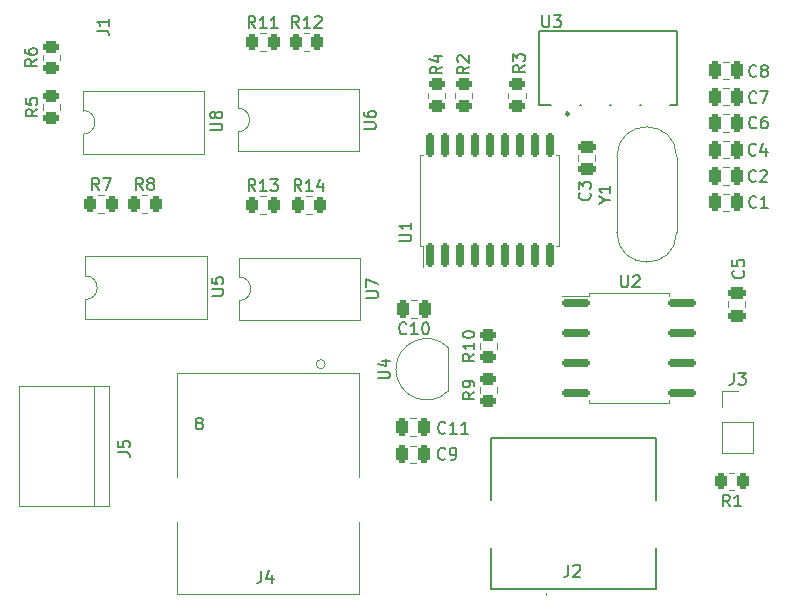
<source format=gto>
%TF.GenerationSoftware,KiCad,Pcbnew,(6.0.10)*%
%TF.CreationDate,2023-01-13T18:11:07+01:00*%
%TF.ProjectId,InterfaceS88GleisboxRPi,496e7465-7266-4616-9365-533838476c65,rev?*%
%TF.SameCoordinates,Original*%
%TF.FileFunction,Legend,Top*%
%TF.FilePolarity,Positive*%
%FSLAX46Y46*%
G04 Gerber Fmt 4.6, Leading zero omitted, Abs format (unit mm)*
G04 Created by KiCad (PCBNEW (6.0.10)) date 2023-01-13 18:11:07*
%MOMM*%
%LPD*%
G01*
G04 APERTURE LIST*
G04 Aperture macros list*
%AMRoundRect*
0 Rectangle with rounded corners*
0 $1 Rounding radius*
0 $2 $3 $4 $5 $6 $7 $8 $9 X,Y pos of 4 corners*
0 Add a 4 corners polygon primitive as box body*
4,1,4,$2,$3,$4,$5,$6,$7,$8,$9,$2,$3,0*
0 Add four circle primitives for the rounded corners*
1,1,$1+$1,$2,$3*
1,1,$1+$1,$4,$5*
1,1,$1+$1,$6,$7*
1,1,$1+$1,$8,$9*
0 Add four rect primitives between the rounded corners*
20,1,$1+$1,$2,$3,$4,$5,0*
20,1,$1+$1,$4,$5,$6,$7,0*
20,1,$1+$1,$6,$7,$8,$9,0*
20,1,$1+$1,$8,$9,$2,$3,0*%
G04 Aperture macros list end*
%ADD10C,0.150000*%
%ADD11C,0.120000*%
%ADD12C,0.100000*%
%ADD13C,0.200000*%
%ADD14C,0.250000*%
%ADD15R,3.000000X3.000000*%
%ADD16C,3.000000*%
%ADD17C,3.450000*%
%ADD18C,1.650000*%
%ADD19R,1.500000X1.500000*%
%ADD20C,3.251200*%
%ADD21C,1.397000*%
%ADD22C,6.200000*%
%ADD23R,1.500000X1.050000*%
%ADD24O,1.500000X1.050000*%
%ADD25RoundRect,0.250000X0.450000X-0.262500X0.450000X0.262500X-0.450000X0.262500X-0.450000X-0.262500X0*%
%ADD26RoundRect,0.250000X-0.262500X-0.450000X0.262500X-0.450000X0.262500X0.450000X-0.262500X0.450000X0*%
%ADD27RoundRect,0.250000X-0.475000X0.250000X-0.475000X-0.250000X0.475000X-0.250000X0.475000X0.250000X0*%
%ADD28R,1.700000X1.700000*%
%ADD29O,1.700000X1.700000*%
%ADD30RoundRect,0.250000X-0.250000X-0.475000X0.250000X-0.475000X0.250000X0.475000X-0.250000X0.475000X0*%
%ADD31R,1.600000X1.600000*%
%ADD32O,1.600000X1.600000*%
%ADD33RoundRect,0.162500X-1.012500X-0.162500X1.012500X-0.162500X1.012500X0.162500X-1.012500X0.162500X0*%
%ADD34RoundRect,0.250000X-0.450000X0.262500X-0.450000X-0.262500X0.450000X-0.262500X0.450000X0.262500X0*%
%ADD35RoundRect,0.250000X0.262500X0.450000X-0.262500X0.450000X-0.262500X-0.450000X0.262500X-0.450000X0*%
%ADD36RoundRect,0.250000X0.250000X0.475000X-0.250000X0.475000X-0.250000X-0.475000X0.250000X-0.475000X0*%
%ADD37RoundRect,0.150000X0.150000X-0.875000X0.150000X0.875000X-0.150000X0.875000X-0.150000X-0.875000X0*%
%ADD38C,2.300000*%
G04 APERTURE END LIST*
D10*
%TO.C,J5*%
X99552380Y-91933333D02*
X100266666Y-91933333D01*
X100409523Y-91980952D01*
X100504761Y-92076190D01*
X100552380Y-92219047D01*
X100552380Y-92314285D01*
X99552380Y-90980952D02*
X99552380Y-91457142D01*
X100028571Y-91504761D01*
X99980952Y-91457142D01*
X99933333Y-91361904D01*
X99933333Y-91123809D01*
X99980952Y-91028571D01*
X100028571Y-90980952D01*
X100123809Y-90933333D01*
X100361904Y-90933333D01*
X100457142Y-90980952D01*
X100504761Y-91028571D01*
X100552380Y-91123809D01*
X100552380Y-91361904D01*
X100504761Y-91457142D01*
X100457142Y-91504761D01*
%TO.C,J2*%
X137666666Y-101452380D02*
X137666666Y-102166666D01*
X137619047Y-102309523D01*
X137523809Y-102404761D01*
X137380952Y-102452380D01*
X137285714Y-102452380D01*
X138095238Y-101547619D02*
X138142857Y-101500000D01*
X138238095Y-101452380D01*
X138476190Y-101452380D01*
X138571428Y-101500000D01*
X138619047Y-101547619D01*
X138666666Y-101642857D01*
X138666666Y-101738095D01*
X138619047Y-101880952D01*
X138047619Y-102452380D01*
X138666666Y-102452380D01*
%TO.C,J4*%
X111666666Y-101952380D02*
X111666666Y-102666666D01*
X111619047Y-102809523D01*
X111523809Y-102904761D01*
X111380952Y-102952380D01*
X111285714Y-102952380D01*
X112571428Y-102285714D02*
X112571428Y-102952380D01*
X112333333Y-101904761D02*
X112095238Y-102619047D01*
X112714285Y-102619047D01*
X106317761Y-89420952D02*
X106222523Y-89373333D01*
X106174904Y-89325714D01*
X106127285Y-89230476D01*
X106127285Y-89182857D01*
X106174904Y-89087619D01*
X106222523Y-89040000D01*
X106317761Y-88992380D01*
X106508238Y-88992380D01*
X106603476Y-89040000D01*
X106651095Y-89087619D01*
X106698714Y-89182857D01*
X106698714Y-89230476D01*
X106651095Y-89325714D01*
X106603476Y-89373333D01*
X106508238Y-89420952D01*
X106317761Y-89420952D01*
X106222523Y-89468571D01*
X106174904Y-89516190D01*
X106127285Y-89611428D01*
X106127285Y-89801904D01*
X106174904Y-89897142D01*
X106222523Y-89944761D01*
X106317761Y-89992380D01*
X106508238Y-89992380D01*
X106603476Y-89944761D01*
X106651095Y-89897142D01*
X106698714Y-89801904D01*
X106698714Y-89611428D01*
X106651095Y-89516190D01*
X106603476Y-89468571D01*
X106508238Y-89420952D01*
%TO.C,U4*%
X121552380Y-85661904D02*
X122361904Y-85661904D01*
X122457142Y-85614285D01*
X122504761Y-85566666D01*
X122552380Y-85471428D01*
X122552380Y-85280952D01*
X122504761Y-85185714D01*
X122457142Y-85138095D01*
X122361904Y-85090476D01*
X121552380Y-85090476D01*
X121885714Y-84185714D02*
X122552380Y-84185714D01*
X121504761Y-84423809D02*
X122219047Y-84661904D01*
X122219047Y-84042857D01*
%TO.C,R4*%
X126952380Y-59266666D02*
X126476190Y-59600000D01*
X126952380Y-59838095D02*
X125952380Y-59838095D01*
X125952380Y-59457142D01*
X126000000Y-59361904D01*
X126047619Y-59314285D01*
X126142857Y-59266666D01*
X126285714Y-59266666D01*
X126380952Y-59314285D01*
X126428571Y-59361904D01*
X126476190Y-59457142D01*
X126476190Y-59838095D01*
X126285714Y-58409523D02*
X126952380Y-58409523D01*
X125904761Y-58647619D02*
X126619047Y-58885714D01*
X126619047Y-58266666D01*
%TO.C,R5*%
X92702380Y-62866666D02*
X92226190Y-63200000D01*
X92702380Y-63438095D02*
X91702380Y-63438095D01*
X91702380Y-63057142D01*
X91750000Y-62961904D01*
X91797619Y-62914285D01*
X91892857Y-62866666D01*
X92035714Y-62866666D01*
X92130952Y-62914285D01*
X92178571Y-62961904D01*
X92226190Y-63057142D01*
X92226190Y-63438095D01*
X91702380Y-61961904D02*
X91702380Y-62438095D01*
X92178571Y-62485714D01*
X92130952Y-62438095D01*
X92083333Y-62342857D01*
X92083333Y-62104761D01*
X92130952Y-62009523D01*
X92178571Y-61961904D01*
X92273809Y-61914285D01*
X92511904Y-61914285D01*
X92607142Y-61961904D01*
X92654761Y-62009523D01*
X92702380Y-62104761D01*
X92702380Y-62342857D01*
X92654761Y-62438095D01*
X92607142Y-62485714D01*
%TO.C,R14*%
X115057142Y-69802380D02*
X114723809Y-69326190D01*
X114485714Y-69802380D02*
X114485714Y-68802380D01*
X114866666Y-68802380D01*
X114961904Y-68850000D01*
X115009523Y-68897619D01*
X115057142Y-68992857D01*
X115057142Y-69135714D01*
X115009523Y-69230952D01*
X114961904Y-69278571D01*
X114866666Y-69326190D01*
X114485714Y-69326190D01*
X116009523Y-69802380D02*
X115438095Y-69802380D01*
X115723809Y-69802380D02*
X115723809Y-68802380D01*
X115628571Y-68945238D01*
X115533333Y-69040476D01*
X115438095Y-69088095D01*
X116866666Y-69135714D02*
X116866666Y-69802380D01*
X116628571Y-68754761D02*
X116390476Y-69469047D01*
X117009523Y-69469047D01*
%TO.C,C3*%
X139457142Y-69966666D02*
X139504761Y-70014285D01*
X139552380Y-70157142D01*
X139552380Y-70252380D01*
X139504761Y-70395238D01*
X139409523Y-70490476D01*
X139314285Y-70538095D01*
X139123809Y-70585714D01*
X138980952Y-70585714D01*
X138790476Y-70538095D01*
X138695238Y-70490476D01*
X138600000Y-70395238D01*
X138552380Y-70252380D01*
X138552380Y-70157142D01*
X138600000Y-70014285D01*
X138647619Y-69966666D01*
X138552380Y-69633333D02*
X138552380Y-69014285D01*
X138933333Y-69347619D01*
X138933333Y-69204761D01*
X138980952Y-69109523D01*
X139028571Y-69061904D01*
X139123809Y-69014285D01*
X139361904Y-69014285D01*
X139457142Y-69061904D01*
X139504761Y-69109523D01*
X139552380Y-69204761D01*
X139552380Y-69490476D01*
X139504761Y-69585714D01*
X139457142Y-69633333D01*
%TO.C,J3*%
X151666666Y-85202380D02*
X151666666Y-85916666D01*
X151619047Y-86059523D01*
X151523809Y-86154761D01*
X151380952Y-86202380D01*
X151285714Y-86202380D01*
X152047619Y-85202380D02*
X152666666Y-85202380D01*
X152333333Y-85583333D01*
X152476190Y-85583333D01*
X152571428Y-85630952D01*
X152619047Y-85678571D01*
X152666666Y-85773809D01*
X152666666Y-86011904D01*
X152619047Y-86107142D01*
X152571428Y-86154761D01*
X152476190Y-86202380D01*
X152190476Y-86202380D01*
X152095238Y-86154761D01*
X152047619Y-86107142D01*
%TO.C,C9*%
X127233333Y-92457142D02*
X127185714Y-92504761D01*
X127042857Y-92552380D01*
X126947619Y-92552380D01*
X126804761Y-92504761D01*
X126709523Y-92409523D01*
X126661904Y-92314285D01*
X126614285Y-92123809D01*
X126614285Y-91980952D01*
X126661904Y-91790476D01*
X126709523Y-91695238D01*
X126804761Y-91600000D01*
X126947619Y-91552380D01*
X127042857Y-91552380D01*
X127185714Y-91600000D01*
X127233333Y-91647619D01*
X127709523Y-92552380D02*
X127900000Y-92552380D01*
X127995238Y-92504761D01*
X128042857Y-92457142D01*
X128138095Y-92314285D01*
X128185714Y-92123809D01*
X128185714Y-91742857D01*
X128138095Y-91647619D01*
X128090476Y-91600000D01*
X127995238Y-91552380D01*
X127804761Y-91552380D01*
X127709523Y-91600000D01*
X127661904Y-91647619D01*
X127614285Y-91742857D01*
X127614285Y-91980952D01*
X127661904Y-92076190D01*
X127709523Y-92123809D01*
X127804761Y-92171428D01*
X127995238Y-92171428D01*
X128090476Y-92123809D01*
X128138095Y-92076190D01*
X128185714Y-91980952D01*
%TO.C,U6*%
X120352380Y-64561904D02*
X121161904Y-64561904D01*
X121257142Y-64514285D01*
X121304761Y-64466666D01*
X121352380Y-64371428D01*
X121352380Y-64180952D01*
X121304761Y-64085714D01*
X121257142Y-64038095D01*
X121161904Y-63990476D01*
X120352380Y-63990476D01*
X120352380Y-63085714D02*
X120352380Y-63276190D01*
X120400000Y-63371428D01*
X120447619Y-63419047D01*
X120590476Y-63514285D01*
X120780952Y-63561904D01*
X121161904Y-63561904D01*
X121257142Y-63514285D01*
X121304761Y-63466666D01*
X121352380Y-63371428D01*
X121352380Y-63180952D01*
X121304761Y-63085714D01*
X121257142Y-63038095D01*
X121161904Y-62990476D01*
X120923809Y-62990476D01*
X120828571Y-63038095D01*
X120780952Y-63085714D01*
X120733333Y-63180952D01*
X120733333Y-63371428D01*
X120780952Y-63466666D01*
X120828571Y-63514285D01*
X120923809Y-63561904D01*
%TO.C,U2*%
X142138095Y-76952380D02*
X142138095Y-77761904D01*
X142185714Y-77857142D01*
X142233333Y-77904761D01*
X142328571Y-77952380D01*
X142519047Y-77952380D01*
X142614285Y-77904761D01*
X142661904Y-77857142D01*
X142709523Y-77761904D01*
X142709523Y-76952380D01*
X143138095Y-77047619D02*
X143185714Y-77000000D01*
X143280952Y-76952380D01*
X143519047Y-76952380D01*
X143614285Y-77000000D01*
X143661904Y-77047619D01*
X143709523Y-77142857D01*
X143709523Y-77238095D01*
X143661904Y-77380952D01*
X143090476Y-77952380D01*
X143709523Y-77952380D01*
%TO.C,R3*%
X133952380Y-59166666D02*
X133476190Y-59500000D01*
X133952380Y-59738095D02*
X132952380Y-59738095D01*
X132952380Y-59357142D01*
X133000000Y-59261904D01*
X133047619Y-59214285D01*
X133142857Y-59166666D01*
X133285714Y-59166666D01*
X133380952Y-59214285D01*
X133428571Y-59261904D01*
X133476190Y-59357142D01*
X133476190Y-59738095D01*
X132952380Y-58833333D02*
X132952380Y-58214285D01*
X133333333Y-58547619D01*
X133333333Y-58404761D01*
X133380952Y-58309523D01*
X133428571Y-58261904D01*
X133523809Y-58214285D01*
X133761904Y-58214285D01*
X133857142Y-58261904D01*
X133904761Y-58309523D01*
X133952380Y-58404761D01*
X133952380Y-58690476D01*
X133904761Y-58785714D01*
X133857142Y-58833333D01*
%TO.C,C7*%
X153583333Y-62279366D02*
X153535714Y-62326985D01*
X153392857Y-62374604D01*
X153297619Y-62374604D01*
X153154761Y-62326985D01*
X153059523Y-62231747D01*
X153011904Y-62136509D01*
X152964285Y-61946033D01*
X152964285Y-61803176D01*
X153011904Y-61612700D01*
X153059523Y-61517462D01*
X153154761Y-61422224D01*
X153297619Y-61374604D01*
X153392857Y-61374604D01*
X153535714Y-61422224D01*
X153583333Y-61469843D01*
X153916666Y-61374604D02*
X154583333Y-61374604D01*
X154154761Y-62374604D01*
%TO.C,C2*%
X153533333Y-68946030D02*
X153485714Y-68993649D01*
X153342857Y-69041268D01*
X153247619Y-69041268D01*
X153104761Y-68993649D01*
X153009523Y-68898411D01*
X152961904Y-68803173D01*
X152914285Y-68612697D01*
X152914285Y-68469840D01*
X152961904Y-68279364D01*
X153009523Y-68184126D01*
X153104761Y-68088888D01*
X153247619Y-68041268D01*
X153342857Y-68041268D01*
X153485714Y-68088888D01*
X153533333Y-68136507D01*
X153914285Y-68136507D02*
X153961904Y-68088888D01*
X154057142Y-68041268D01*
X154295238Y-68041268D01*
X154390476Y-68088888D01*
X154438095Y-68136507D01*
X154485714Y-68231745D01*
X154485714Y-68326983D01*
X154438095Y-68469840D01*
X153866666Y-69041268D01*
X154485714Y-69041268D01*
%TO.C,U7*%
X120552380Y-78861904D02*
X121361904Y-78861904D01*
X121457142Y-78814285D01*
X121504761Y-78766666D01*
X121552380Y-78671428D01*
X121552380Y-78480952D01*
X121504761Y-78385714D01*
X121457142Y-78338095D01*
X121361904Y-78290476D01*
X120552380Y-78290476D01*
X120552380Y-77909523D02*
X120552380Y-77242857D01*
X121552380Y-77671428D01*
%TO.C,R6*%
X92652380Y-58666666D02*
X92176190Y-59000000D01*
X92652380Y-59238095D02*
X91652380Y-59238095D01*
X91652380Y-58857142D01*
X91700000Y-58761904D01*
X91747619Y-58714285D01*
X91842857Y-58666666D01*
X91985714Y-58666666D01*
X92080952Y-58714285D01*
X92128571Y-58761904D01*
X92176190Y-58857142D01*
X92176190Y-59238095D01*
X91652380Y-57809523D02*
X91652380Y-58000000D01*
X91700000Y-58095238D01*
X91747619Y-58142857D01*
X91890476Y-58238095D01*
X92080952Y-58285714D01*
X92461904Y-58285714D01*
X92557142Y-58238095D01*
X92604761Y-58190476D01*
X92652380Y-58095238D01*
X92652380Y-57904761D01*
X92604761Y-57809523D01*
X92557142Y-57761904D01*
X92461904Y-57714285D01*
X92223809Y-57714285D01*
X92128571Y-57761904D01*
X92080952Y-57809523D01*
X92033333Y-57904761D01*
X92033333Y-58095238D01*
X92080952Y-58190476D01*
X92128571Y-58238095D01*
X92223809Y-58285714D01*
%TO.C,R7*%
X97933333Y-69702380D02*
X97600000Y-69226190D01*
X97361904Y-69702380D02*
X97361904Y-68702380D01*
X97742857Y-68702380D01*
X97838095Y-68750000D01*
X97885714Y-68797619D01*
X97933333Y-68892857D01*
X97933333Y-69035714D01*
X97885714Y-69130952D01*
X97838095Y-69178571D01*
X97742857Y-69226190D01*
X97361904Y-69226190D01*
X98266666Y-68702380D02*
X98933333Y-68702380D01*
X98504761Y-69702380D01*
%TO.C,R8*%
X101633333Y-69702380D02*
X101300000Y-69226190D01*
X101061904Y-69702380D02*
X101061904Y-68702380D01*
X101442857Y-68702380D01*
X101538095Y-68750000D01*
X101585714Y-68797619D01*
X101633333Y-68892857D01*
X101633333Y-69035714D01*
X101585714Y-69130952D01*
X101538095Y-69178571D01*
X101442857Y-69226190D01*
X101061904Y-69226190D01*
X102204761Y-69130952D02*
X102109523Y-69083333D01*
X102061904Y-69035714D01*
X102014285Y-68940476D01*
X102014285Y-68892857D01*
X102061904Y-68797619D01*
X102109523Y-68750000D01*
X102204761Y-68702380D01*
X102395238Y-68702380D01*
X102490476Y-68750000D01*
X102538095Y-68797619D01*
X102585714Y-68892857D01*
X102585714Y-68940476D01*
X102538095Y-69035714D01*
X102490476Y-69083333D01*
X102395238Y-69130952D01*
X102204761Y-69130952D01*
X102109523Y-69178571D01*
X102061904Y-69226190D01*
X102014285Y-69321428D01*
X102014285Y-69511904D01*
X102061904Y-69607142D01*
X102109523Y-69654761D01*
X102204761Y-69702380D01*
X102395238Y-69702380D01*
X102490476Y-69654761D01*
X102538095Y-69607142D01*
X102585714Y-69511904D01*
X102585714Y-69321428D01*
X102538095Y-69226190D01*
X102490476Y-69178571D01*
X102395238Y-69130952D01*
%TO.C,R1*%
X151333333Y-96502380D02*
X151000000Y-96026190D01*
X150761904Y-96502380D02*
X150761904Y-95502380D01*
X151142857Y-95502380D01*
X151238095Y-95550000D01*
X151285714Y-95597619D01*
X151333333Y-95692857D01*
X151333333Y-95835714D01*
X151285714Y-95930952D01*
X151238095Y-95978571D01*
X151142857Y-96026190D01*
X150761904Y-96026190D01*
X152285714Y-96502380D02*
X151714285Y-96502380D01*
X152000000Y-96502380D02*
X152000000Y-95502380D01*
X151904761Y-95645238D01*
X151809523Y-95740476D01*
X151714285Y-95788095D01*
%TO.C,C6*%
X153583333Y-64418254D02*
X153535714Y-64465873D01*
X153392857Y-64513492D01*
X153297619Y-64513492D01*
X153154761Y-64465873D01*
X153059523Y-64370635D01*
X153011904Y-64275397D01*
X152964285Y-64084921D01*
X152964285Y-63942064D01*
X153011904Y-63751588D01*
X153059523Y-63656350D01*
X153154761Y-63561112D01*
X153297619Y-63513492D01*
X153392857Y-63513492D01*
X153535714Y-63561112D01*
X153583333Y-63608731D01*
X154440476Y-63513492D02*
X154250000Y-63513492D01*
X154154761Y-63561112D01*
X154107142Y-63608731D01*
X154011904Y-63751588D01*
X153964285Y-63942064D01*
X153964285Y-64323016D01*
X154011904Y-64418254D01*
X154059523Y-64465873D01*
X154154761Y-64513492D01*
X154345238Y-64513492D01*
X154440476Y-64465873D01*
X154488095Y-64418254D01*
X154535714Y-64323016D01*
X154535714Y-64084921D01*
X154488095Y-63989683D01*
X154440476Y-63942064D01*
X154345238Y-63894445D01*
X154154761Y-63894445D01*
X154059523Y-63942064D01*
X154011904Y-63989683D01*
X153964285Y-64084921D01*
%TO.C,R12*%
X114857142Y-56002380D02*
X114523809Y-55526190D01*
X114285714Y-56002380D02*
X114285714Y-55002380D01*
X114666666Y-55002380D01*
X114761904Y-55050000D01*
X114809523Y-55097619D01*
X114857142Y-55192857D01*
X114857142Y-55335714D01*
X114809523Y-55430952D01*
X114761904Y-55478571D01*
X114666666Y-55526190D01*
X114285714Y-55526190D01*
X115809523Y-56002380D02*
X115238095Y-56002380D01*
X115523809Y-56002380D02*
X115523809Y-55002380D01*
X115428571Y-55145238D01*
X115333333Y-55240476D01*
X115238095Y-55288095D01*
X116190476Y-55097619D02*
X116238095Y-55050000D01*
X116333333Y-55002380D01*
X116571428Y-55002380D01*
X116666666Y-55050000D01*
X116714285Y-55097619D01*
X116761904Y-55192857D01*
X116761904Y-55288095D01*
X116714285Y-55430952D01*
X116142857Y-56002380D01*
X116761904Y-56002380D01*
%TO.C,C10*%
X123957142Y-81837142D02*
X123909523Y-81884761D01*
X123766666Y-81932380D01*
X123671428Y-81932380D01*
X123528571Y-81884761D01*
X123433333Y-81789523D01*
X123385714Y-81694285D01*
X123338095Y-81503809D01*
X123338095Y-81360952D01*
X123385714Y-81170476D01*
X123433333Y-81075238D01*
X123528571Y-80980000D01*
X123671428Y-80932380D01*
X123766666Y-80932380D01*
X123909523Y-80980000D01*
X123957142Y-81027619D01*
X124909523Y-81932380D02*
X124338095Y-81932380D01*
X124623809Y-81932380D02*
X124623809Y-80932380D01*
X124528571Y-81075238D01*
X124433333Y-81170476D01*
X124338095Y-81218095D01*
X125528571Y-80932380D02*
X125623809Y-80932380D01*
X125719047Y-80980000D01*
X125766666Y-81027619D01*
X125814285Y-81122857D01*
X125861904Y-81313333D01*
X125861904Y-81551428D01*
X125814285Y-81741904D01*
X125766666Y-81837142D01*
X125719047Y-81884761D01*
X125623809Y-81932380D01*
X125528571Y-81932380D01*
X125433333Y-81884761D01*
X125385714Y-81837142D01*
X125338095Y-81741904D01*
X125290476Y-81551428D01*
X125290476Y-81313333D01*
X125338095Y-81122857D01*
X125385714Y-81027619D01*
X125433333Y-80980000D01*
X125528571Y-80932380D01*
%TO.C,R13*%
X111157142Y-69802380D02*
X110823809Y-69326190D01*
X110585714Y-69802380D02*
X110585714Y-68802380D01*
X110966666Y-68802380D01*
X111061904Y-68850000D01*
X111109523Y-68897619D01*
X111157142Y-68992857D01*
X111157142Y-69135714D01*
X111109523Y-69230952D01*
X111061904Y-69278571D01*
X110966666Y-69326190D01*
X110585714Y-69326190D01*
X112109523Y-69802380D02*
X111538095Y-69802380D01*
X111823809Y-69802380D02*
X111823809Y-68802380D01*
X111728571Y-68945238D01*
X111633333Y-69040476D01*
X111538095Y-69088095D01*
X112442857Y-68802380D02*
X113061904Y-68802380D01*
X112728571Y-69183333D01*
X112871428Y-69183333D01*
X112966666Y-69230952D01*
X113014285Y-69278571D01*
X113061904Y-69373809D01*
X113061904Y-69611904D01*
X113014285Y-69707142D01*
X112966666Y-69754761D01*
X112871428Y-69802380D01*
X112585714Y-69802380D01*
X112490476Y-69754761D01*
X112442857Y-69707142D01*
%TO.C,R10*%
X129702380Y-83586607D02*
X129226190Y-83919940D01*
X129702380Y-84158035D02*
X128702380Y-84158035D01*
X128702380Y-83777083D01*
X128750000Y-83681845D01*
X128797619Y-83634226D01*
X128892857Y-83586607D01*
X129035714Y-83586607D01*
X129130952Y-83634226D01*
X129178571Y-83681845D01*
X129226190Y-83777083D01*
X129226190Y-84158035D01*
X129702380Y-82634226D02*
X129702380Y-83205654D01*
X129702380Y-82919940D02*
X128702380Y-82919940D01*
X128845238Y-83015178D01*
X128940476Y-83110416D01*
X128988095Y-83205654D01*
X128702380Y-82015178D02*
X128702380Y-81919940D01*
X128750000Y-81824702D01*
X128797619Y-81777083D01*
X128892857Y-81729464D01*
X129083333Y-81681845D01*
X129321428Y-81681845D01*
X129511904Y-81729464D01*
X129607142Y-81777083D01*
X129654761Y-81824702D01*
X129702380Y-81919940D01*
X129702380Y-82015178D01*
X129654761Y-82110416D01*
X129607142Y-82158035D01*
X129511904Y-82205654D01*
X129321428Y-82253273D01*
X129083333Y-82253273D01*
X128892857Y-82205654D01*
X128797619Y-82158035D01*
X128750000Y-82110416D01*
X128702380Y-82015178D01*
%TO.C,C5*%
X152457142Y-76566666D02*
X152504761Y-76614285D01*
X152552380Y-76757142D01*
X152552380Y-76852380D01*
X152504761Y-76995238D01*
X152409523Y-77090476D01*
X152314285Y-77138095D01*
X152123809Y-77185714D01*
X151980952Y-77185714D01*
X151790476Y-77138095D01*
X151695238Y-77090476D01*
X151600000Y-76995238D01*
X151552380Y-76852380D01*
X151552380Y-76757142D01*
X151600000Y-76614285D01*
X151647619Y-76566666D01*
X151552380Y-75661904D02*
X151552380Y-76138095D01*
X152028571Y-76185714D01*
X151980952Y-76138095D01*
X151933333Y-76042857D01*
X151933333Y-75804761D01*
X151980952Y-75709523D01*
X152028571Y-75661904D01*
X152123809Y-75614285D01*
X152361904Y-75614285D01*
X152457142Y-75661904D01*
X152504761Y-75709523D01*
X152552380Y-75804761D01*
X152552380Y-76042857D01*
X152504761Y-76138095D01*
X152457142Y-76185714D01*
%TO.C,U3*%
X135470596Y-54927380D02*
X135470596Y-55736904D01*
X135518215Y-55832142D01*
X135565834Y-55879761D01*
X135661072Y-55927380D01*
X135851548Y-55927380D01*
X135946786Y-55879761D01*
X135994405Y-55832142D01*
X136042024Y-55736904D01*
X136042024Y-54927380D01*
X136422977Y-54927380D02*
X137042024Y-54927380D01*
X136708691Y-55308333D01*
X136851548Y-55308333D01*
X136946786Y-55355952D01*
X136994405Y-55403571D01*
X137042024Y-55498809D01*
X137042024Y-55736904D01*
X136994405Y-55832142D01*
X136946786Y-55879761D01*
X136851548Y-55927380D01*
X136565834Y-55927380D01*
X136470596Y-55879761D01*
X136422977Y-55832142D01*
%TO.C,U5*%
X107452380Y-78661904D02*
X108261904Y-78661904D01*
X108357142Y-78614285D01*
X108404761Y-78566666D01*
X108452380Y-78471428D01*
X108452380Y-78280952D01*
X108404761Y-78185714D01*
X108357142Y-78138095D01*
X108261904Y-78090476D01*
X107452380Y-78090476D01*
X107452380Y-77138095D02*
X107452380Y-77614285D01*
X107928571Y-77661904D01*
X107880952Y-77614285D01*
X107833333Y-77519047D01*
X107833333Y-77280952D01*
X107880952Y-77185714D01*
X107928571Y-77138095D01*
X108023809Y-77090476D01*
X108261904Y-77090476D01*
X108357142Y-77138095D01*
X108404761Y-77185714D01*
X108452380Y-77280952D01*
X108452380Y-77519047D01*
X108404761Y-77614285D01*
X108357142Y-77661904D01*
%TO.C,U1*%
X123352380Y-74061904D02*
X124161904Y-74061904D01*
X124257142Y-74014285D01*
X124304761Y-73966666D01*
X124352380Y-73871428D01*
X124352380Y-73680952D01*
X124304761Y-73585714D01*
X124257142Y-73538095D01*
X124161904Y-73490476D01*
X123352380Y-73490476D01*
X124352380Y-72490476D02*
X124352380Y-73061904D01*
X124352380Y-72776190D02*
X123352380Y-72776190D01*
X123495238Y-72871428D01*
X123590476Y-72966666D01*
X123638095Y-73061904D01*
%TO.C,R9*%
X129702380Y-86822916D02*
X129226190Y-87156250D01*
X129702380Y-87394345D02*
X128702380Y-87394345D01*
X128702380Y-87013392D01*
X128750000Y-86918154D01*
X128797619Y-86870535D01*
X128892857Y-86822916D01*
X129035714Y-86822916D01*
X129130952Y-86870535D01*
X129178571Y-86918154D01*
X129226190Y-87013392D01*
X129226190Y-87394345D01*
X129702380Y-86346726D02*
X129702380Y-86156250D01*
X129654761Y-86061011D01*
X129607142Y-86013392D01*
X129464285Y-85918154D01*
X129273809Y-85870535D01*
X128892857Y-85870535D01*
X128797619Y-85918154D01*
X128750000Y-85965773D01*
X128702380Y-86061011D01*
X128702380Y-86251488D01*
X128750000Y-86346726D01*
X128797619Y-86394345D01*
X128892857Y-86441964D01*
X129130952Y-86441964D01*
X129226190Y-86394345D01*
X129273809Y-86346726D01*
X129321428Y-86251488D01*
X129321428Y-86061011D01*
X129273809Y-85965773D01*
X129226190Y-85918154D01*
X129130952Y-85870535D01*
%TO.C,R2*%
X129252380Y-59266666D02*
X128776190Y-59600000D01*
X129252380Y-59838095D02*
X128252380Y-59838095D01*
X128252380Y-59457142D01*
X128300000Y-59361904D01*
X128347619Y-59314285D01*
X128442857Y-59266666D01*
X128585714Y-59266666D01*
X128680952Y-59314285D01*
X128728571Y-59361904D01*
X128776190Y-59457142D01*
X128776190Y-59838095D01*
X128347619Y-58885714D02*
X128300000Y-58838095D01*
X128252380Y-58742857D01*
X128252380Y-58504761D01*
X128300000Y-58409523D01*
X128347619Y-58361904D01*
X128442857Y-58314285D01*
X128538095Y-58314285D01*
X128680952Y-58361904D01*
X129252380Y-58933333D01*
X129252380Y-58314285D01*
%TO.C,U8*%
X107352380Y-64661904D02*
X108161904Y-64661904D01*
X108257142Y-64614285D01*
X108304761Y-64566666D01*
X108352380Y-64471428D01*
X108352380Y-64280952D01*
X108304761Y-64185714D01*
X108257142Y-64138095D01*
X108161904Y-64090476D01*
X107352380Y-64090476D01*
X107780952Y-63471428D02*
X107733333Y-63566666D01*
X107685714Y-63614285D01*
X107590476Y-63661904D01*
X107542857Y-63661904D01*
X107447619Y-63614285D01*
X107400000Y-63566666D01*
X107352380Y-63471428D01*
X107352380Y-63280952D01*
X107400000Y-63185714D01*
X107447619Y-63138095D01*
X107542857Y-63090476D01*
X107590476Y-63090476D01*
X107685714Y-63138095D01*
X107733333Y-63185714D01*
X107780952Y-63280952D01*
X107780952Y-63471428D01*
X107828571Y-63566666D01*
X107876190Y-63614285D01*
X107971428Y-63661904D01*
X108161904Y-63661904D01*
X108257142Y-63614285D01*
X108304761Y-63566666D01*
X108352380Y-63471428D01*
X108352380Y-63280952D01*
X108304761Y-63185714D01*
X108257142Y-63138095D01*
X108161904Y-63090476D01*
X107971428Y-63090476D01*
X107876190Y-63138095D01*
X107828571Y-63185714D01*
X107780952Y-63280952D01*
%TO.C,C1*%
X153583333Y-71134922D02*
X153535714Y-71182541D01*
X153392857Y-71230160D01*
X153297619Y-71230160D01*
X153154761Y-71182541D01*
X153059523Y-71087303D01*
X153011904Y-70992065D01*
X152964285Y-70801589D01*
X152964285Y-70658732D01*
X153011904Y-70468256D01*
X153059523Y-70373018D01*
X153154761Y-70277780D01*
X153297619Y-70230160D01*
X153392857Y-70230160D01*
X153535714Y-70277780D01*
X153583333Y-70325399D01*
X154535714Y-71230160D02*
X153964285Y-71230160D01*
X154250000Y-71230160D02*
X154250000Y-70230160D01*
X154154761Y-70373018D01*
X154059523Y-70468256D01*
X153964285Y-70515875D01*
%TO.C,Y1*%
X140751190Y-70576190D02*
X141227380Y-70576190D01*
X140227380Y-70909523D02*
X140751190Y-70576190D01*
X140227380Y-70242857D01*
X141227380Y-69385714D02*
X141227380Y-69957142D01*
X141227380Y-69671428D02*
X140227380Y-69671428D01*
X140370238Y-69766666D01*
X140465476Y-69861904D01*
X140513095Y-69957142D01*
%TO.C,R11*%
X111157142Y-56002380D02*
X110823809Y-55526190D01*
X110585714Y-56002380D02*
X110585714Y-55002380D01*
X110966666Y-55002380D01*
X111061904Y-55050000D01*
X111109523Y-55097619D01*
X111157142Y-55192857D01*
X111157142Y-55335714D01*
X111109523Y-55430952D01*
X111061904Y-55478571D01*
X110966666Y-55526190D01*
X110585714Y-55526190D01*
X112109523Y-56002380D02*
X111538095Y-56002380D01*
X111823809Y-56002380D02*
X111823809Y-55002380D01*
X111728571Y-55145238D01*
X111633333Y-55240476D01*
X111538095Y-55288095D01*
X113061904Y-56002380D02*
X112490476Y-56002380D01*
X112776190Y-56002380D02*
X112776190Y-55002380D01*
X112680952Y-55145238D01*
X112585714Y-55240476D01*
X112490476Y-55288095D01*
%TO.C,C8*%
X153583333Y-60040478D02*
X153535714Y-60088097D01*
X153392857Y-60135716D01*
X153297619Y-60135716D01*
X153154761Y-60088097D01*
X153059523Y-59992859D01*
X153011904Y-59897621D01*
X152964285Y-59707145D01*
X152964285Y-59564288D01*
X153011904Y-59373812D01*
X153059523Y-59278574D01*
X153154761Y-59183336D01*
X153297619Y-59135716D01*
X153392857Y-59135716D01*
X153535714Y-59183336D01*
X153583333Y-59230955D01*
X154154761Y-59564288D02*
X154059523Y-59516669D01*
X154011904Y-59469050D01*
X153964285Y-59373812D01*
X153964285Y-59326193D01*
X154011904Y-59230955D01*
X154059523Y-59183336D01*
X154154761Y-59135716D01*
X154345238Y-59135716D01*
X154440476Y-59183336D01*
X154488095Y-59230955D01*
X154535714Y-59326193D01*
X154535714Y-59373812D01*
X154488095Y-59469050D01*
X154440476Y-59516669D01*
X154345238Y-59564288D01*
X154154761Y-59564288D01*
X154059523Y-59611907D01*
X154011904Y-59659526D01*
X153964285Y-59754764D01*
X153964285Y-59945240D01*
X154011904Y-60040478D01*
X154059523Y-60088097D01*
X154154761Y-60135716D01*
X154345238Y-60135716D01*
X154440476Y-60088097D01*
X154488095Y-60040478D01*
X154535714Y-59945240D01*
X154535714Y-59754764D01*
X154488095Y-59659526D01*
X154440476Y-59611907D01*
X154345238Y-59564288D01*
%TO.C,C11*%
X127257142Y-90257142D02*
X127209523Y-90304761D01*
X127066666Y-90352380D01*
X126971428Y-90352380D01*
X126828571Y-90304761D01*
X126733333Y-90209523D01*
X126685714Y-90114285D01*
X126638095Y-89923809D01*
X126638095Y-89780952D01*
X126685714Y-89590476D01*
X126733333Y-89495238D01*
X126828571Y-89400000D01*
X126971428Y-89352380D01*
X127066666Y-89352380D01*
X127209523Y-89400000D01*
X127257142Y-89447619D01*
X128209523Y-90352380D02*
X127638095Y-90352380D01*
X127923809Y-90352380D02*
X127923809Y-89352380D01*
X127828571Y-89495238D01*
X127733333Y-89590476D01*
X127638095Y-89638095D01*
X129161904Y-90352380D02*
X128590476Y-90352380D01*
X128876190Y-90352380D02*
X128876190Y-89352380D01*
X128780952Y-89495238D01*
X128685714Y-89590476D01*
X128590476Y-89638095D01*
%TO.C,C4*%
X153533333Y-66707142D02*
X153485714Y-66754761D01*
X153342857Y-66802380D01*
X153247619Y-66802380D01*
X153104761Y-66754761D01*
X153009523Y-66659523D01*
X152961904Y-66564285D01*
X152914285Y-66373809D01*
X152914285Y-66230952D01*
X152961904Y-66040476D01*
X153009523Y-65945238D01*
X153104761Y-65850000D01*
X153247619Y-65802380D01*
X153342857Y-65802380D01*
X153485714Y-65850000D01*
X153533333Y-65897619D01*
X154390476Y-66135714D02*
X154390476Y-66802380D01*
X154152380Y-65754761D02*
X153914285Y-66469047D01*
X154533333Y-66469047D01*
%TO.C,J1*%
X97752380Y-56233333D02*
X98466666Y-56233333D01*
X98609523Y-56280952D01*
X98704761Y-56376190D01*
X98752380Y-56519047D01*
X98752380Y-56614285D01*
X98752380Y-55233333D02*
X98752380Y-55804761D01*
X98752380Y-55519047D02*
X97752380Y-55519047D01*
X97895238Y-55614285D01*
X97990476Y-55709523D01*
X98038095Y-55804761D01*
D11*
%TO.C,J5*%
X91190000Y-96440000D02*
X98810000Y-96440000D01*
X98810000Y-86280000D02*
X91190000Y-86280000D01*
X97540000Y-86280000D02*
X97540000Y-96440000D01*
X98810000Y-96440000D02*
X98810000Y-86280000D01*
X91190000Y-86280000D02*
X91190000Y-96440000D01*
D12*
%TO.C,J2*%
X135800000Y-104000000D02*
G75*
G03*
X135800000Y-103900000I0J50000D01*
G01*
X135800000Y-103900000D02*
G75*
G03*
X135800000Y-104000000I0J-50000D01*
G01*
X135800000Y-104000000D02*
X135800000Y-104000000D01*
X135800000Y-103900000D02*
X135800000Y-103900000D01*
D13*
X145100000Y-90700000D02*
X131100000Y-90700000D01*
X131100000Y-100000000D02*
X131100000Y-103500000D01*
X131100000Y-90700000D02*
X131100000Y-96000000D01*
X145100000Y-103500000D02*
X145100000Y-100000000D01*
X131100000Y-103500000D02*
X145100000Y-103500000D01*
X145100000Y-96000000D02*
X145100000Y-90700000D01*
D11*
%TO.C,J4*%
X119976600Y-103927400D02*
X119976600Y-97795000D01*
X119976600Y-85182200D02*
X104533400Y-85182200D01*
X104533400Y-85182200D02*
X104533400Y-93985000D01*
X104533400Y-97795000D02*
X104533400Y-103927400D01*
X119976600Y-93985000D02*
X119976600Y-85182200D01*
X104533400Y-103927400D02*
X119976600Y-103927400D01*
X117081000Y-84471000D02*
G75*
G03*
X117081000Y-84471000I-381000J0D01*
G01*
%TO.C,U4*%
X127510000Y-86700000D02*
X127510000Y-83100000D01*
X127498478Y-83061522D02*
G75*
G03*
X123060000Y-84900000I-1838478J-1838478D01*
G01*
X123059999Y-84900000D02*
G75*
G03*
X127498478Y-86738478I2600001J0D01*
G01*
%TO.C,R4*%
X127235000Y-61927064D02*
X127235000Y-61472936D01*
X125765000Y-61927064D02*
X125765000Y-61472936D01*
%TO.C,R5*%
X93165000Y-62927064D02*
X93165000Y-62472936D01*
X94635000Y-62927064D02*
X94635000Y-62472936D01*
%TO.C,R14*%
X115472936Y-71735000D02*
X115927064Y-71735000D01*
X115472936Y-70265000D02*
X115927064Y-70265000D01*
%TO.C,C3*%
X139935000Y-66738748D02*
X139935000Y-67261252D01*
X138465000Y-66738748D02*
X138465000Y-67261252D01*
%TO.C,J3*%
X150670000Y-89350000D02*
X150670000Y-91950000D01*
X153330000Y-89350000D02*
X153330000Y-91950000D01*
X150670000Y-91950000D02*
X153330000Y-91950000D01*
X150670000Y-86750000D02*
X152000000Y-86750000D01*
X150670000Y-88080000D02*
X150670000Y-86750000D01*
X150670000Y-89350000D02*
X153330000Y-89350000D01*
%TO.C,C9*%
X124238748Y-91365000D02*
X124761252Y-91365000D01*
X124238748Y-92835000D02*
X124761252Y-92835000D01*
%TO.C,U6*%
X119950000Y-66440000D02*
X119950000Y-61140000D01*
X109670000Y-66440000D02*
X119950000Y-66440000D01*
X109670000Y-64790000D02*
X109670000Y-66440000D01*
X119950000Y-61140000D02*
X109670000Y-61140000D01*
X109670000Y-61140000D02*
X109670000Y-62790000D01*
X109670000Y-64790000D02*
G75*
G03*
X109670000Y-62790000I0J1000000D01*
G01*
%TO.C,U2*%
X146220000Y-87785000D02*
X146220000Y-87495000D01*
X142800000Y-78415000D02*
X146220000Y-78415000D01*
X146220000Y-78415000D02*
X146220000Y-78705000D01*
X139380000Y-87785000D02*
X139380000Y-87495000D01*
X142800000Y-78415000D02*
X139380000Y-78415000D01*
X142800000Y-87785000D02*
X146220000Y-87785000D01*
X139380000Y-78705000D02*
X137100000Y-78705000D01*
X142800000Y-87785000D02*
X139380000Y-87785000D01*
X139380000Y-78415000D02*
X139380000Y-78705000D01*
%TO.C,R3*%
X132565000Y-61472936D02*
X132565000Y-61927064D01*
X134035000Y-61472936D02*
X134035000Y-61927064D01*
%TO.C,C7*%
X150738748Y-61087224D02*
X151261252Y-61087224D01*
X150738748Y-62557224D02*
X151261252Y-62557224D01*
%TO.C,C2*%
X150738748Y-69273888D02*
X151261252Y-69273888D01*
X150738748Y-67803888D02*
X151261252Y-67803888D01*
%TO.C,U7*%
X109770000Y-75440000D02*
X109770000Y-77090000D01*
X109770000Y-80740000D02*
X120050000Y-80740000D01*
X120050000Y-75440000D02*
X109770000Y-75440000D01*
X109770000Y-79090000D02*
X109770000Y-80740000D01*
X120050000Y-80740000D02*
X120050000Y-75440000D01*
X109770000Y-79090000D02*
G75*
G03*
X109770000Y-77090000I0J1000000D01*
G01*
%TO.C,R6*%
X94635000Y-58727064D02*
X94635000Y-58272936D01*
X93165000Y-58727064D02*
X93165000Y-58272936D01*
%TO.C,R7*%
X97872936Y-70165000D02*
X98327064Y-70165000D01*
X97872936Y-71635000D02*
X98327064Y-71635000D01*
%TO.C,R8*%
X101572936Y-71635000D02*
X102027064Y-71635000D01*
X101572936Y-70165000D02*
X102027064Y-70165000D01*
%TO.C,R1*%
X151727064Y-95135000D02*
X151272936Y-95135000D01*
X151727064Y-93665000D02*
X151272936Y-93665000D01*
%TO.C,C6*%
X150738748Y-63326112D02*
X151261252Y-63326112D01*
X150738748Y-64796112D02*
X151261252Y-64796112D01*
%TO.C,R12*%
X115272936Y-57935000D02*
X115727064Y-57935000D01*
X115272936Y-56465000D02*
X115727064Y-56465000D01*
%TO.C,C10*%
X124861252Y-80535000D02*
X124338748Y-80535000D01*
X124861252Y-79065000D02*
X124338748Y-79065000D01*
%TO.C,R13*%
X111572936Y-70265000D02*
X112027064Y-70265000D01*
X111572936Y-71735000D02*
X112027064Y-71735000D01*
%TO.C,R10*%
X131635000Y-83170814D02*
X131635000Y-82716686D01*
X130165000Y-83170814D02*
X130165000Y-82716686D01*
%TO.C,C5*%
X152635000Y-79138748D02*
X152635000Y-79661252D01*
X151165000Y-79138748D02*
X151165000Y-79661252D01*
D10*
%TO.C,U3*%
X138657500Y-62525000D02*
X138772500Y-62525000D01*
X135135001Y-62525000D02*
X136232500Y-62525000D01*
X135135001Y-62525000D02*
X135135001Y-56275000D01*
X146277500Y-62525000D02*
X146865000Y-62525000D01*
X141197500Y-62525000D02*
X141312500Y-62525000D01*
X143737500Y-62525000D02*
X143852500Y-62525000D01*
X146865000Y-62525000D02*
X146865000Y-56275000D01*
X135135001Y-56275000D02*
X146865000Y-56275000D01*
D14*
X137710001Y-63270000D02*
G75*
G03*
X137710001Y-63270000I-125000J0D01*
G01*
D11*
%TO.C,U5*%
X96770000Y-75340000D02*
X96770000Y-76990000D01*
X96770000Y-80640000D02*
X107050000Y-80640000D01*
X107050000Y-80640000D02*
X107050000Y-75340000D01*
X96770000Y-78990000D02*
X96770000Y-80640000D01*
X107050000Y-75340000D02*
X96770000Y-75340000D01*
X96770000Y-78990000D02*
G75*
G03*
X96770000Y-76990000I0J1000000D01*
G01*
%TO.C,U1*%
X125360000Y-74460000D02*
X125360000Y-76275000D01*
X136885000Y-66740000D02*
X136640000Y-66740000D01*
X125115000Y-74460000D02*
X125360000Y-74460000D01*
X136885000Y-70600000D02*
X136885000Y-74460000D01*
X125115000Y-70600000D02*
X125115000Y-74460000D01*
X136885000Y-70600000D02*
X136885000Y-66740000D01*
X125115000Y-70600000D02*
X125115000Y-66740000D01*
X136885000Y-74460000D02*
X136640000Y-74460000D01*
X125115000Y-66740000D02*
X125360000Y-66740000D01*
%TO.C,R9*%
X131635000Y-86883314D02*
X131635000Y-86429186D01*
X130165000Y-86883314D02*
X130165000Y-86429186D01*
%TO.C,R2*%
X129535000Y-61927064D02*
X129535000Y-61472936D01*
X128065000Y-61927064D02*
X128065000Y-61472936D01*
%TO.C,U8*%
X96570000Y-61340000D02*
X96570000Y-62990000D01*
X106850000Y-66640000D02*
X106850000Y-61340000D01*
X106850000Y-61340000D02*
X96570000Y-61340000D01*
X96570000Y-64990000D02*
X96570000Y-66640000D01*
X96570000Y-66640000D02*
X106850000Y-66640000D01*
X96570000Y-64990000D02*
G75*
G03*
X96570000Y-62990000I0J1000000D01*
G01*
%TO.C,C1*%
X150738748Y-71512780D02*
X151261252Y-71512780D01*
X150738748Y-70042780D02*
X151261252Y-70042780D01*
%TO.C,Y1*%
X141775000Y-73300000D02*
X141775000Y-66900000D01*
X146825000Y-73300000D02*
X146825000Y-66900000D01*
X146825000Y-66900000D02*
G75*
G03*
X141775000Y-66900000I-2525000J0D01*
G01*
X141775000Y-73300000D02*
G75*
G03*
X146825000Y-73300000I2525000J0D01*
G01*
%TO.C,R11*%
X111572936Y-56465000D02*
X112027064Y-56465000D01*
X111572936Y-57935000D02*
X112027064Y-57935000D01*
%TO.C,C8*%
X150738748Y-58848336D02*
X151261252Y-58848336D01*
X150738748Y-60318336D02*
X151261252Y-60318336D01*
%TO.C,C11*%
X124238748Y-90535000D02*
X124761252Y-90535000D01*
X124238748Y-89065000D02*
X124761252Y-89065000D01*
%TO.C,C4*%
X150738748Y-67035000D02*
X151261252Y-67035000D01*
X150738748Y-65565000D02*
X151261252Y-65565000D01*
%TD*%
%LPC*%
D15*
%TO.C,J5*%
X95000000Y-93900000D03*
D16*
X95000000Y-88820000D03*
%TD*%
D17*
%TO.C,J2*%
X130850000Y-98000000D03*
X145350000Y-98000000D03*
X138100000Y-98800000D03*
D18*
X142100000Y-92500000D03*
X140100000Y-92500000D03*
X134100000Y-92500000D03*
X142100000Y-95000000D03*
X138100000Y-92500000D03*
X136100000Y-92500000D03*
X134100000Y-95000000D03*
X140100000Y-95000000D03*
X138100000Y-95000000D03*
D19*
X136100000Y-95000000D03*
%TD*%
D20*
%TO.C,J4*%
X106540000Y-95900000D03*
X117970000Y-95900000D03*
D21*
X116700000Y-87000000D03*
X115430000Y-89540000D03*
X114160000Y-87000000D03*
X112890000Y-89540000D03*
X111620000Y-87000000D03*
X110350000Y-89540000D03*
X109080000Y-87000000D03*
X107810000Y-89540000D03*
%TD*%
D22*
%TO.C,*%
X152000000Y-51800000D03*
%TD*%
%TO.C,*%
X94000000Y-51800000D03*
%TD*%
%TO.C,*%
X94000000Y-100800000D03*
%TD*%
%TO.C,*%
X152000000Y-100800000D03*
%TD*%
D23*
%TO.C,U4*%
X125660000Y-86170000D03*
D24*
X125660000Y-84900000D03*
X125660000Y-83630000D03*
%TD*%
D25*
%TO.C,R4*%
X126500000Y-62612500D03*
X126500000Y-60787500D03*
%TD*%
%TO.C,R5*%
X93900000Y-63612500D03*
X93900000Y-61787500D03*
%TD*%
D26*
%TO.C,R14*%
X114787500Y-71000000D03*
X116612500Y-71000000D03*
%TD*%
D27*
%TO.C,C3*%
X139200000Y-66050000D03*
X139200000Y-67950000D03*
%TD*%
D28*
%TO.C,J3*%
X152000000Y-88080000D03*
D29*
X152000000Y-90620000D03*
%TD*%
D30*
%TO.C,C9*%
X125450000Y-92100000D03*
X123550000Y-92100000D03*
%TD*%
D31*
%TO.C,U6*%
X111000000Y-67600000D03*
D32*
X113540000Y-67600000D03*
X116080000Y-67600000D03*
X118620000Y-67600000D03*
X118620000Y-59980000D03*
X116080000Y-59980000D03*
X113540000Y-59980000D03*
X111000000Y-59980000D03*
%TD*%
D33*
%TO.C,U2*%
X138275000Y-79290000D03*
X138275000Y-81830000D03*
X138275000Y-84370000D03*
X138275000Y-86910000D03*
X147325000Y-86910000D03*
X147325000Y-84370000D03*
X147325000Y-81830000D03*
X147325000Y-79290000D03*
%TD*%
D34*
%TO.C,R3*%
X133300000Y-60787500D03*
X133300000Y-62612500D03*
%TD*%
D30*
%TO.C,C7*%
X150050000Y-61822224D03*
X151950000Y-61822224D03*
%TD*%
%TO.C,C2*%
X150050000Y-68538888D03*
X151950000Y-68538888D03*
%TD*%
D31*
%TO.C,U7*%
X111100000Y-81900000D03*
D32*
X113640000Y-81900000D03*
X116180000Y-81900000D03*
X118720000Y-81900000D03*
X118720000Y-74280000D03*
X116180000Y-74280000D03*
X113640000Y-74280000D03*
X111100000Y-74280000D03*
%TD*%
D25*
%TO.C,R6*%
X93900000Y-59412500D03*
X93900000Y-57587500D03*
%TD*%
D26*
%TO.C,R7*%
X97187500Y-70900000D03*
X99012500Y-70900000D03*
%TD*%
%TO.C,R8*%
X100887500Y-70900000D03*
X102712500Y-70900000D03*
%TD*%
D35*
%TO.C,R1*%
X152412500Y-94400000D03*
X150587500Y-94400000D03*
%TD*%
D30*
%TO.C,C6*%
X150050000Y-64061112D03*
X151950000Y-64061112D03*
%TD*%
D26*
%TO.C,R12*%
X114587500Y-57200000D03*
X116412500Y-57200000D03*
%TD*%
D36*
%TO.C,C10*%
X125550000Y-79800000D03*
X123650000Y-79800000D03*
%TD*%
D26*
%TO.C,R13*%
X110887500Y-71000000D03*
X112712500Y-71000000D03*
%TD*%
D25*
%TO.C,R10*%
X130900000Y-83856250D03*
X130900000Y-82031250D03*
%TD*%
D27*
%TO.C,C5*%
X151900000Y-78450000D03*
X151900000Y-80350000D03*
%TD*%
D31*
%TO.C,U5*%
X98100000Y-81800000D03*
D32*
X100640000Y-81800000D03*
X103180000Y-81800000D03*
X105720000Y-81800000D03*
X105720000Y-74180000D03*
X103180000Y-74180000D03*
X100640000Y-74180000D03*
X98100000Y-74180000D03*
%TD*%
D37*
%TO.C,U1*%
X125920000Y-75250000D03*
X127190000Y-75250000D03*
X128460000Y-75250000D03*
X129730000Y-75250000D03*
X131000000Y-75250000D03*
X132270000Y-75250000D03*
X133540000Y-75250000D03*
X134810000Y-75250000D03*
X136080000Y-75250000D03*
X136080000Y-65950000D03*
X134810000Y-65950000D03*
X133540000Y-65950000D03*
X132270000Y-65950000D03*
X131000000Y-65950000D03*
X129730000Y-65950000D03*
X128460000Y-65950000D03*
X127190000Y-65950000D03*
X125920000Y-65950000D03*
%TD*%
D25*
%TO.C,R9*%
X130900000Y-87568750D03*
X130900000Y-85743750D03*
%TD*%
%TO.C,R2*%
X128800000Y-62612500D03*
X128800000Y-60787500D03*
%TD*%
D31*
%TO.C,U8*%
X97900000Y-67800000D03*
D32*
X100440000Y-67800000D03*
X102980000Y-67800000D03*
X105520000Y-67800000D03*
X105520000Y-60180000D03*
X102980000Y-60180000D03*
X100440000Y-60180000D03*
X97900000Y-60180000D03*
%TD*%
D30*
%TO.C,C1*%
X150050000Y-70777780D03*
X151950000Y-70777780D03*
%TD*%
D38*
%TO.C,Y1*%
X144300000Y-72550000D03*
X144300000Y-67650000D03*
%TD*%
D26*
%TO.C,R11*%
X110887500Y-57200000D03*
X112712500Y-57200000D03*
%TD*%
D30*
%TO.C,C8*%
X150050000Y-59583336D03*
X151950000Y-59583336D03*
%TD*%
%TO.C,C11*%
X123550000Y-89800000D03*
X125450000Y-89800000D03*
%TD*%
%TO.C,C4*%
X150050000Y-66300000D03*
X151950000Y-66300000D03*
%TD*%
D28*
%TO.C,J1*%
X98900000Y-53100000D03*
D29*
X98900000Y-50560000D03*
X101440000Y-53100000D03*
X101440000Y-50560000D03*
X103980000Y-53100000D03*
X103980000Y-50560000D03*
X106520000Y-53100000D03*
X106520000Y-50560000D03*
X109060000Y-53100000D03*
X109060000Y-50560000D03*
X111600000Y-53100000D03*
X111600000Y-50560000D03*
X114140000Y-53100000D03*
X114140000Y-50560000D03*
X116680000Y-53100000D03*
X116680000Y-50560000D03*
X119220000Y-53100000D03*
X119220000Y-50560000D03*
X121760000Y-53100000D03*
X121760000Y-50560000D03*
X124300000Y-53100000D03*
X124300000Y-50560000D03*
X126840000Y-53100000D03*
X126840000Y-50560000D03*
X129380000Y-53100000D03*
X129380000Y-50560000D03*
X131920000Y-53100000D03*
X131920000Y-50560000D03*
X134460000Y-53100000D03*
X134460000Y-50560000D03*
X137000000Y-53100000D03*
X137000000Y-50560000D03*
X139540000Y-53100000D03*
X139540000Y-50560000D03*
X142080000Y-53100000D03*
X142080000Y-50560000D03*
X144620000Y-53100000D03*
X144620000Y-50560000D03*
X147160000Y-53100000D03*
X147160000Y-50560000D03*
%TD*%
M02*

</source>
